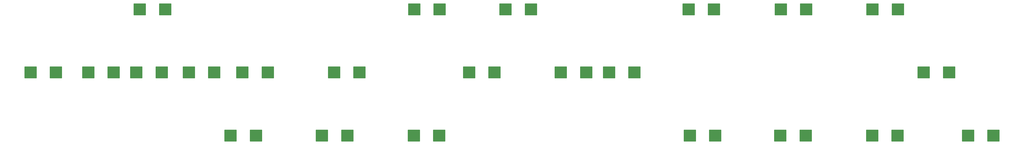
<source format=gbr>
%TF.GenerationSoftware,KiCad,Pcbnew,9.0.2*%
%TF.CreationDate,2025-07-25T15:15:28+08:00*%
%TF.ProjectId,accum_pcb_up,61636375-6d5f-4706-9362-5f75702e6b69,rev?*%
%TF.SameCoordinates,Original*%
%TF.FileFunction,Paste,Top*%
%TF.FilePolarity,Positive*%
%FSLAX46Y46*%
G04 Gerber Fmt 4.6, Leading zero omitted, Abs format (unit mm)*
G04 Created by KiCad (PCBNEW 9.0.2) date 2025-07-25 15:15:28*
%MOMM*%
%LPD*%
G01*
G04 APERTURE LIST*
G04 Aperture macros list*
%AMRoundRect*
0 Rectangle with rounded corners*
0 $1 Rounding radius*
0 $2 $3 $4 $5 $6 $7 $8 $9 X,Y pos of 4 corners*
0 Add a 4 corners polygon primitive as box body*
4,1,4,$2,$3,$4,$5,$6,$7,$8,$9,$2,$3,0*
0 Add four circle primitives for the rounded corners*
1,1,$1+$1,$2,$3*
1,1,$1+$1,$4,$5*
1,1,$1+$1,$6,$7*
1,1,$1+$1,$8,$9*
0 Add four rect primitives between the rounded corners*
20,1,$1+$1,$2,$3,$4,$5,0*
20,1,$1+$1,$4,$5,$6,$7,0*
20,1,$1+$1,$6,$7,$8,$9,0*
20,1,$1+$1,$8,$9,$2,$3,0*%
G04 Aperture macros list end*
%ADD10RoundRect,0.218750X-2.331250X-2.231250X2.331250X-2.231250X2.331250X2.231250X-2.331250X2.231250X0*%
%ADD11RoundRect,0.218750X2.331250X2.231250X-2.331250X2.231250X-2.331250X-2.231250X2.331250X-2.231250X0*%
G04 APERTURE END LIST*
D10*
%TO.C,F20*%
X448266000Y-220380000D03*
X458816000Y-220380000D03*
%TD*%
D11*
%TO.C,F11*%
X268747000Y-167947000D03*
X258197000Y-167947000D03*
%TD*%
D10*
%TO.C,F23*%
X469651000Y-194152145D03*
X480201000Y-194152145D03*
%TD*%
D11*
%TO.C,F4*%
X175195000Y-194152145D03*
X164645000Y-194152145D03*
%TD*%
%TO.C,F17*%
X382597000Y-167947000D03*
X372047000Y-167947000D03*
%TD*%
%TO.C,F5*%
X154833000Y-167947000D03*
X144283000Y-167947000D03*
%TD*%
D10*
%TO.C,F10*%
X258020000Y-220380000D03*
X268570000Y-220380000D03*
%TD*%
D11*
%TO.C,F19*%
X420889000Y-167947000D03*
X410339000Y-167947000D03*
%TD*%
%TO.C,F13*%
X306629000Y-167947000D03*
X296079000Y-167947000D03*
%TD*%
%TO.C,F9*%
X235456000Y-194152145D03*
X224906000Y-194152145D03*
%TD*%
D10*
%TO.C,F18*%
X410118200Y-220380000D03*
X420668200Y-220380000D03*
%TD*%
D11*
%TO.C,F3*%
X153392000Y-194152145D03*
X142842000Y-194152145D03*
%TD*%
%TO.C,F7*%
X197396000Y-194152145D03*
X186846000Y-194152145D03*
%TD*%
%TO.C,F22*%
X498619000Y-220380000D03*
X488069000Y-220380000D03*
%TD*%
%TO.C,F21*%
X458957000Y-167947000D03*
X448407000Y-167947000D03*
%TD*%
%TO.C,F12*%
X291498000Y-194152145D03*
X280948000Y-194152145D03*
%TD*%
D10*
%TO.C,F16*%
X372584000Y-220380000D03*
X383134000Y-220380000D03*
%TD*%
D11*
%TO.C,F15*%
X349593000Y-194152145D03*
X339043000Y-194152145D03*
%TD*%
%TO.C,F1*%
X109475000Y-194152145D03*
X98925000Y-194152145D03*
%TD*%
D10*
%TO.C,F8*%
X219878000Y-220380000D03*
X230428000Y-220380000D03*
%TD*%
%TO.C,F6*%
X181964228Y-220380000D03*
X192514228Y-220380000D03*
%TD*%
D11*
%TO.C,F14*%
X329546000Y-194152145D03*
X318996000Y-194152145D03*
%TD*%
%TO.C,F2*%
X133441000Y-194152145D03*
X122891000Y-194152145D03*
%TD*%
M02*

</source>
